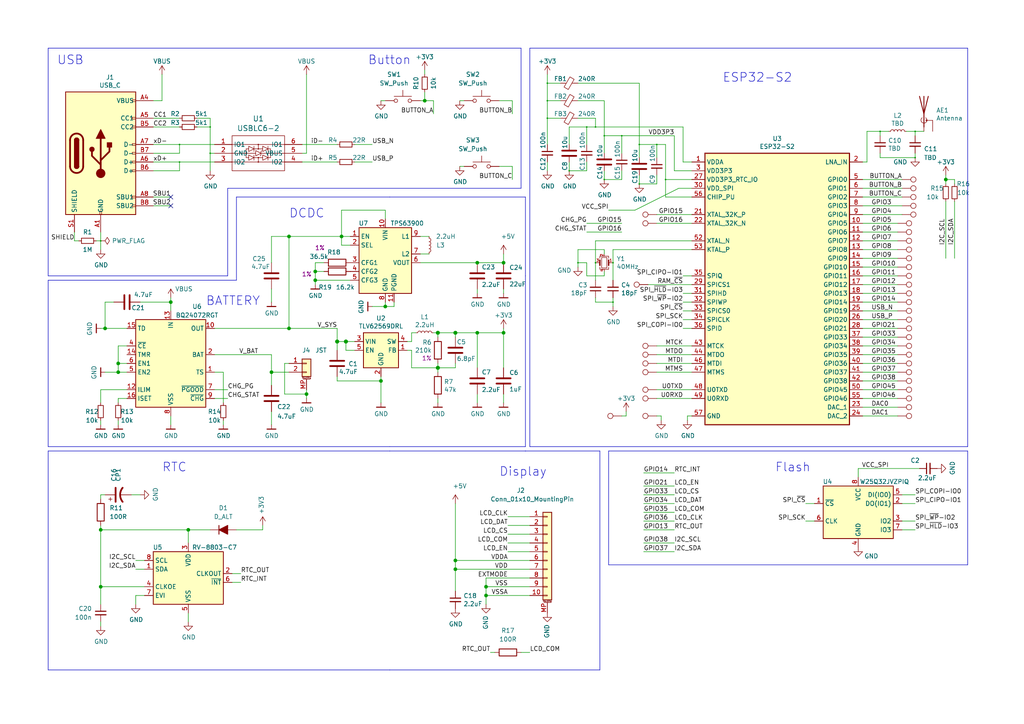
<source format=kicad_sch>
(kicad_sch (version 20201015) (generator eeschema)
  (paper "A4")
  (title_block (title "ESP32s2 Breakout") (date "2020-12-30") (rev "r1.0") (company "GsD - @gregdavill"))
  (bus_alias "GPDI" (members "CK_N" "CK_P" "D0_N" "D0_P" "D1_N" "D1_P" "D2_N" "D2_P"))
  (junction (at 29.21 69.85) (diameter 0.3048))
  (junction (at 29.21 153.67) (diameter 0.9144))
  (junction (at 29.21 170.18) (diameter 0.9144))
  (junction (at 30.48 95.25) (diameter 0.9144))
  (junction (at 34.29 105.41) (diameter 0.9144))
  (junction (at 34.29 107.95) (diameter 0.9144))
  (junction (at 49.53 87.63) (diameter 0.9144))
  (junction (at 52.07 41.91) (diameter 0.3048))
  (junction (at 52.07 46.99) (diameter 0.3048))
  (junction (at 54.61 153.67) (diameter 0.9144))
  (junction (at 60.96 36.83) (diameter 0.3048))
  (junction (at 60.96 44.45) (diameter 0.3048))
  (junction (at 78.74 107.95) (diameter 0.9144))
  (junction (at 83.82 68.58) (diameter 0.9144))
  (junction (at 83.82 95.25) (diameter 0.9144))
  (junction (at 88.9 114.3) (diameter 0.9144))
  (junction (at 91.44 78.74) (diameter 0.9144))
  (junction (at 91.44 81.28) (diameter 0.9144))
  (junction (at 97.79 99.06) (diameter 1.016))
  (junction (at 99.06 68.58) (diameter 0.9144))
  (junction (at 100.33 99.06) (diameter 1.016))
  (junction (at 110.49 110.49) (diameter 0.9144))
  (junction (at 111.76 88.9) (diameter 0.9144))
  (junction (at 123.19 29.21) (diameter 0.9144))
  (junction (at 127 96.52) (diameter 1))
  (junction (at 127 106.68) (diameter 1.016))
  (junction (at 132.08 96.52) (diameter 1))
  (junction (at 132.08 162.56) (diameter 0.9144))
  (junction (at 132.08 165.1) (diameter 0.9144))
  (junction (at 138.43 76.2) (diameter 0.9144))
  (junction (at 138.43 96.52) (diameter 0.9144))
  (junction (at 140.97 170.18) (diameter 0.9144))
  (junction (at 140.97 172.72) (diameter 0.9144))
  (junction (at 146.05 76.2) (diameter 0.9144))
  (junction (at 146.05 96.52) (diameter 0.9144))
  (junction (at 158.75 24.13) (diameter 0.3048))
  (junction (at 158.75 29.21) (diameter 0.3048))
  (junction (at 158.75 34.29) (diameter 0.3048))
  (junction (at 165.1 49.53) (diameter 0.3048))
  (junction (at 167.64 76.2) (diameter 0.3048))
  (junction (at 170.18 36.83) (diameter 0.3048))
  (junction (at 172.72 36.83) (diameter 0.3048))
  (junction (at 172.72 76.2) (diameter 0.3048))
  (junction (at 175.26 39.37) (diameter 0.3048))
  (junction (at 175.26 52.07) (diameter 0.3048))
  (junction (at 177.8 76.2) (diameter 0.3048))
  (junction (at 177.8 87.63) (diameter 0.3048))
  (junction (at 180.34 39.37) (diameter 0.3048))
  (junction (at 185.42 41.91) (diameter 0.3048))
  (junction (at 185.42 53.34) (diameter 0.3048))
  (junction (at 190.5 41.91) (diameter 0.3048))
  (junction (at 193.04 52.07) (diameter 0.3048))
  (junction (at 255.27 38.1) (diameter 0.3048))
  (junction (at 265.43 38.1) (diameter 0.3048))
  (junction (at 265.43 45.72) (diameter 0.3048))
  (junction (at 274.32 52.07) (diameter 0.9144))
  (no_connect (at 49.53 57.15))
  (no_connect (at 49.53 59.69))
  (wire (pts (xy 21.59 67.31) (xy 21.59 69.85)))
  (wire (pts (xy 21.59 69.85) (xy 22.86 69.85)))
  (wire (pts (xy 27.94 69.85) (xy 29.21 69.85)))
  (wire (pts (xy 29.21 69.85) (xy 29.21 67.31)))
  (wire (pts (xy 29.21 69.85) (xy 29.21 72.39)))
  (wire (pts (xy 29.21 95.25) (xy 30.48 95.25)))
  (wire (pts (xy 29.21 113.03) (xy 29.21 116.84)))
  (wire (pts (xy 29.21 121.92) (xy 29.21 123.19)))
  (wire (pts (xy 29.21 143.51) (xy 30.48 143.51)))
  (wire (pts (xy 29.21 144.78) (xy 29.21 143.51)))
  (wire (pts (xy 29.21 152.4) (xy 29.21 153.67)))
  (wire (pts (xy 29.21 153.67) (xy 29.21 170.18)))
  (wire (pts (xy 29.21 175.26) (xy 29.21 170.18)))
  (wire (pts (xy 29.21 180.34) (xy 29.21 181.61)))
  (wire (pts (xy 30.48 87.63) (xy 30.48 95.25)))
  (wire (pts (xy 30.48 95.25) (xy 36.83 95.25)))
  (wire (pts (xy 30.48 107.95) (xy 34.29 107.95)))
  (wire (pts (xy 33.02 87.63) (xy 30.48 87.63)))
  (wire (pts (xy 34.29 100.33) (xy 34.29 105.41)))
  (wire (pts (xy 34.29 105.41) (xy 34.29 107.95)))
  (wire (pts (xy 34.29 107.95) (xy 36.83 107.95)))
  (wire (pts (xy 34.29 115.57) (xy 34.29 116.84)))
  (wire (pts (xy 34.29 121.92) (xy 34.29 123.19)))
  (wire (pts (xy 36.83 100.33) (xy 34.29 100.33)))
  (wire (pts (xy 36.83 105.41) (xy 34.29 105.41)))
  (wire (pts (xy 36.83 113.03) (xy 29.21 113.03)))
  (wire (pts (xy 36.83 115.57) (xy 34.29 115.57)))
  (wire (pts (xy 38.1 143.51) (xy 40.64 143.51)))
  (wire (pts (xy 39.37 162.56) (xy 41.91 162.56)))
  (wire (pts (xy 39.37 165.1) (xy 41.91 165.1)))
  (wire (pts (xy 39.37 172.72) (xy 39.37 175.26)))
  (wire (pts (xy 40.64 87.63) (xy 49.53 87.63)))
  (wire (pts (xy 41.91 170.18) (xy 29.21 170.18)))
  (wire (pts (xy 41.91 172.72) (xy 39.37 172.72)))
  (wire (pts (xy 44.45 29.21) (xy 46.99 29.21)))
  (wire (pts (xy 44.45 34.29) (xy 52.07 34.29)))
  (wire (pts (xy 44.45 36.83) (xy 52.07 36.83)))
  (wire (pts (xy 44.45 41.91) (xy 52.07 41.91)))
  (wire (pts (xy 44.45 44.45) (xy 52.07 44.45)))
  (wire (pts (xy 44.45 46.99) (xy 52.07 46.99)))
  (wire (pts (xy 44.45 49.53) (xy 52.07 49.53)))
  (wire (pts (xy 44.45 57.15) (xy 49.53 57.15)))
  (wire (pts (xy 44.45 59.69) (xy 49.53 59.69)))
  (wire (pts (xy 46.99 29.21) (xy 46.99 21.59)))
  (wire (pts (xy 49.53 86.36) (xy 49.53 87.63)))
  (wire (pts (xy 49.53 87.63) (xy 49.53 90.17)))
  (wire (pts (xy 49.53 120.65) (xy 49.53 123.19)))
  (wire (pts (xy 52.07 41.91) (xy 62.23 41.91)))
  (wire (pts (xy 52.07 44.45) (xy 52.07 41.91)))
  (wire (pts (xy 52.07 46.99) (xy 62.23 46.99)))
  (wire (pts (xy 52.07 49.53) (xy 52.07 46.99)))
  (wire (pts (xy 54.61 153.67) (xy 29.21 153.67)))
  (wire (pts (xy 54.61 153.67) (xy 54.61 157.48)))
  (wire (pts (xy 54.61 177.8) (xy 54.61 180.34)))
  (wire (pts (xy 57.15 34.29) (xy 60.96 34.29)))
  (wire (pts (xy 57.15 36.83) (xy 60.96 36.83)))
  (wire (pts (xy 60.96 34.29) (xy 60.96 36.83)))
  (wire (pts (xy 60.96 36.83) (xy 60.96 44.45)))
  (wire (pts (xy 60.96 44.45) (xy 60.96 49.53)))
  (wire (pts (xy 60.96 153.67) (xy 54.61 153.67)))
  (wire (pts (xy 62.23 44.45) (xy 60.96 44.45)))
  (wire (pts (xy 62.23 95.25) (xy 83.82 95.25)))
  (wire (pts (xy 62.23 102.87) (xy 78.74 102.87)))
  (wire (pts (xy 62.23 113.03) (xy 66.04 113.03)))
  (wire (pts (xy 62.23 115.57) (xy 66.04 115.57)))
  (wire (pts (xy 64.77 107.95) (xy 62.23 107.95)))
  (wire (pts (xy 64.77 116.84) (xy 64.77 107.95)))
  (wire (pts (xy 64.77 121.92) (xy 64.77 123.19)))
  (wire (pts (xy 67.31 166.37) (xy 69.85 166.37)))
  (wire (pts (xy 67.31 168.91) (xy 69.85 168.91)))
  (wire (pts (xy 68.58 153.67) (xy 76.2 153.67)))
  (wire (pts (xy 76.2 153.67) (xy 76.2 152.4)))
  (wire (pts (xy 78.74 68.58) (xy 78.74 76.2)))
  (wire (pts (xy 78.74 68.58) (xy 83.82 68.58)))
  (wire (pts (xy 78.74 83.82) (xy 78.74 87.63)))
  (wire (pts (xy 78.74 107.95) (xy 78.74 102.87)))
  (wire (pts (xy 78.74 107.95) (xy 78.74 111.76)))
  (wire (pts (xy 78.74 119.38) (xy 78.74 123.19)))
  (wire (pts (xy 82.55 105.41) (xy 82.55 114.3)))
  (wire (pts (xy 82.55 114.3) (xy 88.9 114.3)))
  (wire (pts (xy 83.82 68.58) (xy 83.82 95.25)))
  (wire (pts (xy 83.82 95.25) (xy 97.79 95.25)))
  (wire (pts (xy 83.82 105.41) (xy 82.55 105.41)))
  (wire (pts (xy 83.82 107.95) (xy 78.74 107.95)))
  (wire (pts (xy 87.63 41.91) (xy 97.79 41.91)))
  (wire (pts (xy 87.63 44.45) (xy 88.9 44.45)))
  (wire (pts (xy 87.63 46.99) (xy 97.79 46.99)))
  (wire (pts (xy 88.9 44.45) (xy 88.9 21.59)))
  (wire (pts (xy 88.9 114.3) (xy 88.9 113.03)))
  (wire (pts (xy 88.9 115.57) (xy 88.9 114.3)))
  (wire (pts (xy 91.44 76.2) (xy 91.44 78.74)))
  (wire (pts (xy 91.44 78.74) (xy 91.44 81.28)))
  (wire (pts (xy 91.44 78.74) (xy 93.98 78.74)))
  (wire (pts (xy 91.44 81.28) (xy 91.44 82.55)))
  (wire (pts (xy 91.44 81.28) (xy 101.6 81.28)))
  (wire (pts (xy 93.98 76.2) (xy 91.44 76.2)))
  (wire (pts (xy 97.79 95.25) (xy 97.79 99.06)))
  (wire (pts (xy 97.79 99.06) (xy 97.79 101.6)))
  (wire (pts (xy 97.79 99.06) (xy 100.33 99.06)))
  (wire (pts (xy 97.79 109.22) (xy 97.79 110.49)))
  (wire (pts (xy 97.79 110.49) (xy 110.49 110.49)))
  (wire (pts (xy 99.06 60.96) (xy 99.06 68.58)))
  (wire (pts (xy 99.06 68.58) (xy 83.82 68.58)))
  (wire (pts (xy 99.06 68.58) (xy 101.6 68.58)))
  (wire (pts (xy 99.06 71.12) (xy 99.06 68.58)))
  (wire (pts (xy 100.33 99.06) (xy 102.87 99.06)))
  (wire (pts (xy 100.33 101.6) (xy 100.33 99.06)))
  (wire (pts (xy 101.6 71.12) (xy 99.06 71.12)))
  (wire (pts (xy 102.87 41.91) (xy 107.95 41.91)))
  (wire (pts (xy 102.87 46.99) (xy 107.95 46.99)))
  (wire (pts (xy 102.87 101.6) (xy 100.33 101.6)))
  (wire (pts (xy 107.95 88.9) (xy 111.76 88.9)))
  (wire (pts (xy 110.49 109.22) (xy 110.49 110.49)))
  (wire (pts (xy 110.49 110.49) (xy 110.49 116.84)))
  (wire (pts (xy 111.76 29.21) (xy 110.49 29.21)))
  (wire (pts (xy 111.76 60.96) (xy 99.06 60.96)))
  (wire (pts (xy 111.76 63.5) (xy 111.76 60.96)))
  (wire (pts (xy 111.76 87.63) (xy 111.76 88.9)))
  (wire (pts (xy 114.3 87.63) (xy 114.3 88.9)))
  (wire (pts (xy 114.3 88.9) (xy 111.76 88.9)))
  (wire (pts (xy 119.38 96.52) (xy 119.38 99.06)))
  (wire (pts (xy 119.38 96.52) (xy 120.65 96.52)))
  (wire (pts (xy 119.38 99.06) (xy 118.11 99.06)))
  (wire (pts (xy 119.38 101.6) (xy 118.11 101.6)))
  (wire (pts (xy 119.38 106.68) (xy 119.38 101.6)))
  (wire (pts (xy 121.92 29.21) (xy 123.19 29.21)))
  (wire (pts (xy 121.92 68.58) (xy 124.46 68.58)))
  (wire (pts (xy 121.92 73.66) (xy 124.46 73.66)))
  (wire (pts (xy 121.92 76.2) (xy 138.43 76.2)))
  (wire (pts (xy 123.19 20.32) (xy 123.19 21.59)))
  (wire (pts (xy 123.19 29.21) (xy 123.19 26.67)))
  (wire (pts (xy 123.19 29.21) (xy 125.73 29.21)))
  (wire (pts (xy 125.73 29.21) (xy 125.73 33.02)))
  (wire (pts (xy 125.73 96.52) (xy 127 96.52)))
  (wire (pts (xy 127 96.52) (xy 127 97.79)))
  (wire (pts (xy 127 96.52) (xy 132.08 96.52)))
  (wire (pts (xy 127 105.41) (xy 127 106.68)))
  (wire (pts (xy 127 106.68) (xy 119.38 106.68)))
  (wire (pts (xy 127 106.68) (xy 127 107.95)))
  (wire (pts (xy 127 115.57) (xy 127 116.84)))
  (wire (pts (xy 132.08 96.52) (xy 132.08 97.79)))
  (wire (pts (xy 132.08 96.52) (xy 138.43 96.52)))
  (wire (pts (xy 132.08 105.41) (xy 132.08 106.68)))
  (wire (pts (xy 132.08 106.68) (xy 127 106.68)))
  (wire (pts (xy 132.08 146.05) (xy 132.08 162.56)))
  (wire (pts (xy 132.08 162.56) (xy 153.67 162.56)))
  (wire (pts (xy 132.08 165.1) (xy 132.08 162.56)))
  (wire (pts (xy 132.08 165.1) (xy 132.08 171.45)))
  (wire (pts (xy 132.08 165.1) (xy 153.67 165.1)))
  (wire (pts (xy 134.62 29.21) (xy 133.35 29.21)))
  (wire (pts (xy 134.62 48.26) (xy 133.35 48.26)))
  (wire (pts (xy 138.43 76.2) (xy 146.05 76.2)))
  (wire (pts (xy 138.43 83.82) (xy 138.43 85.09)))
  (wire (pts (xy 138.43 96.52) (xy 138.43 106.68)))
  (wire (pts (xy 138.43 96.52) (xy 146.05 96.52)))
  (wire (pts (xy 138.43 114.3) (xy 138.43 116.84)))
  (wire (pts (xy 140.97 167.64) (xy 140.97 170.18)))
  (wire (pts (xy 140.97 170.18) (xy 140.97 172.72)))
  (wire (pts (xy 140.97 170.18) (xy 153.67 170.18)))
  (wire (pts (xy 140.97 172.72) (xy 140.97 175.26)))
  (wire (pts (xy 140.97 172.72) (xy 153.67 172.72)))
  (wire (pts (xy 142.24 189.23) (xy 143.51 189.23)))
  (wire (pts (xy 144.78 29.21) (xy 148.59 29.21)))
  (wire (pts (xy 144.78 48.26) (xy 148.59 48.26)))
  (wire (pts (xy 146.05 73.66) (xy 146.05 76.2)))
  (wire (pts (xy 146.05 83.82) (xy 146.05 85.09)))
  (wire (pts (xy 146.05 95.25) (xy 146.05 96.52)))
  (wire (pts (xy 146.05 96.52) (xy 146.05 106.68)))
  (wire (pts (xy 146.05 114.3) (xy 146.05 116.84)))
  (wire (pts (xy 147.32 149.86) (xy 153.67 149.86)))
  (wire (pts (xy 147.32 152.4) (xy 153.67 152.4)))
  (wire (pts (xy 147.32 154.94) (xy 153.67 154.94)))
  (wire (pts (xy 147.32 157.48) (xy 153.67 157.48)))
  (wire (pts (xy 147.32 160.02) (xy 153.67 160.02)))
  (wire (pts (xy 148.59 29.21) (xy 148.59 33.02)))
  (wire (pts (xy 148.59 48.26) (xy 148.59 52.07)))
  (wire (pts (xy 151.13 189.23) (xy 153.67 189.23)))
  (wire (pts (xy 153.67 167.64) (xy 140.97 167.64)))
  (wire (pts (xy 158.75 21.59) (xy 158.75 24.13)))
  (wire (pts (xy 158.75 24.13) (xy 158.75 29.21)))
  (wire (pts (xy 158.75 24.13) (xy 162.56 24.13)))
  (wire (pts (xy 158.75 29.21) (xy 158.75 34.29)))
  (wire (pts (xy 158.75 29.21) (xy 162.56 29.21)))
  (wire (pts (xy 158.75 34.29) (xy 158.75 41.91)))
  (wire (pts (xy 158.75 34.29) (xy 162.56 34.29)))
  (wire (pts (xy 158.75 49.53) (xy 158.75 46.99)))
  (wire (pts (xy 165.1 36.83) (xy 170.18 36.83)))
  (wire (pts (xy 165.1 41.91) (xy 165.1 36.83)))
  (wire (pts (xy 165.1 46.99) (xy 165.1 49.53)))
  (wire (pts (xy 165.1 49.53) (xy 170.18 49.53)))
  (wire (pts (xy 167.64 24.13) (xy 185.42 24.13)))
  (wire (pts (xy 167.64 29.21) (xy 175.26 29.21)))
  (wire (pts (xy 167.64 34.29) (xy 172.72 34.29)))
  (wire (pts (xy 167.64 72.39) (xy 175.26 72.39)))
  (wire (pts (xy 167.64 76.2) (xy 167.64 72.39)))
  (wire (pts (xy 167.64 77.47) (xy 167.64 76.2)))
  (wire (pts (xy 170.18 36.83) (xy 170.18 41.91)))
  (wire (pts (xy 170.18 36.83) (xy 172.72 36.83)))
  (wire (pts (xy 170.18 46.99) (xy 170.18 49.53)))
  (wire (pts (xy 170.18 64.77) (xy 180.34 64.77)))
  (wire (pts (xy 170.18 67.31) (xy 180.34 67.31)))
  (wire (pts (xy 170.18 76.2) (xy 167.64 76.2)))
  (wire (pts (xy 170.18 80.01) (xy 170.18 76.2)))
  (wire (pts (xy 172.72 34.29) (xy 172.72 36.83)))
  (wire (pts (xy 172.72 69.85) (xy 200.66 69.85)))
  (wire (pts (xy 172.72 76.2) (xy 172.72 69.85)))
  (wire (pts (xy 172.72 81.28) (xy 172.72 76.2)))
  (wire (pts (xy 172.72 86.36) (xy 172.72 87.63)))
  (wire (pts (xy 172.72 87.63) (xy 177.8 87.63)))
  (wire (pts (xy 175.26 29.21) (xy 175.26 39.37)))
  (wire (pts (xy 175.26 39.37) (xy 180.34 39.37)))
  (wire (pts (xy 175.26 44.45) (xy 175.26 39.37)))
  (wire (pts (xy 175.26 49.53) (xy 175.26 52.07)))
  (wire (pts (xy 175.26 52.07) (xy 180.34 52.07)))
  (wire (pts (xy 175.26 72.39) (xy 175.26 73.66)))
  (wire (pts (xy 175.26 78.74) (xy 175.26 80.01)))
  (wire (pts (xy 175.26 80.01) (xy 170.18 80.01)))
  (wire (pts (xy 176.53 60.96) (xy 184.15 60.96)))
  (wire (pts (xy 177.8 72.39) (xy 177.8 76.2)))
  (wire (pts (xy 177.8 72.39) (xy 200.66 72.39)))
  (wire (pts (xy 177.8 81.28) (xy 177.8 76.2)))
  (wire (pts (xy 177.8 87.63) (xy 177.8 86.36)))
  (wire (pts (xy 177.8 87.63) (xy 177.8 88.9)))
  (wire (pts (xy 180.34 39.37) (xy 180.34 44.45)))
  (wire (pts (xy 180.34 49.53) (xy 180.34 52.07)))
  (wire (pts (xy 180.34 120.65) (xy 181.61 120.65)))
  (wire (pts (xy 181.61 120.65) (xy 181.61 119.38)))
  (wire (pts (xy 184.15 60.96) (xy 196.85 54.61)))
  (wire (pts (xy 185.42 24.13) (xy 185.42 41.91)))
  (wire (pts (xy 185.42 41.91) (xy 190.5 41.91)))
  (wire (pts (xy 185.42 45.72) (xy 185.42 41.91)))
  (wire (pts (xy 185.42 50.8) (xy 185.42 53.34)))
  (wire (pts (xy 185.42 53.34) (xy 190.5 53.34)))
  (wire (pts (xy 186.69 137.16) (xy 195.58 137.16)))
  (wire (pts (xy 186.69 140.97) (xy 195.58 140.97)))
  (wire (pts (xy 186.69 143.51) (xy 195.58 143.51)))
  (wire (pts (xy 186.69 146.05) (xy 195.58 146.05)))
  (wire (pts (xy 186.69 148.59) (xy 195.58 148.59)))
  (wire (pts (xy 186.69 151.13) (xy 195.58 151.13)))
  (wire (pts (xy 186.69 153.67) (xy 195.58 153.67)))
  (wire (pts (xy 186.69 157.48) (xy 195.58 157.48)))
  (wire (pts (xy 186.69 160.02) (xy 195.58 160.02)))
  (wire (pts (xy 187.96 82.55) (xy 200.66 82.55)))
  (wire (pts (xy 190.5 41.91) (xy 190.5 45.72)))
  (wire (pts (xy 190.5 50.8) (xy 190.5 53.34)))
  (wire (pts (xy 190.5 100.33) (xy 200.66 100.33)))
  (wire (pts (xy 190.5 102.87) (xy 200.66 102.87)))
  (wire (pts (xy 190.5 105.41) (xy 200.66 105.41)))
  (wire (pts (xy 190.5 107.95) (xy 200.66 107.95)))
  (wire (pts (xy 190.5 113.03) (xy 200.66 113.03)))
  (wire (pts (xy 190.5 115.57) (xy 200.66 115.57)))
  (wire (pts (xy 190.5 120.65) (xy 191.77 120.65)))
  (wire (pts (xy 191.77 120.65) (xy 191.77 121.92)))
  (wire (pts (xy 193.04 41.91) (xy 190.5 41.91)))
  (wire (pts (xy 193.04 52.07) (xy 193.04 41.91)))
  (wire (pts (xy 193.04 57.15) (xy 193.04 52.07)))
  (wire (pts (xy 193.04 57.15) (xy 200.66 57.15)))
  (wire (pts (xy 195.58 39.37) (xy 180.34 39.37)))
  (wire (pts (xy 195.58 49.53) (xy 195.58 39.37)))
  (wire (pts (xy 195.58 49.53) (xy 200.66 49.53)))
  (wire (pts (xy 196.85 54.61) (xy 200.66 54.61)))
  (wire (pts (xy 198.12 36.83) (xy 172.72 36.83)))
  (wire (pts (xy 198.12 46.99) (xy 198.12 36.83)))
  (wire (pts (xy 199.39 120.65) (xy 200.66 120.65)))
  (wire (pts (xy 199.39 121.92) (xy 199.39 120.65)))
  (wire (pts (xy 200.66 46.99) (xy 198.12 46.99)))
  (wire (pts (xy 200.66 52.07) (xy 193.04 52.07)))
  (wire (pts (xy 200.66 62.23) (xy 190.5 62.23)))
  (wire (pts (xy 200.66 64.77) (xy 190.5 64.77)))
  (wire (pts (xy 200.66 80.01) (xy 198.12 80.01)))
  (wire (pts (xy 200.66 85.09) (xy 198.12 85.09)))
  (wire (pts (xy 200.66 87.63) (xy 198.12 87.63)))
  (wire (pts (xy 200.66 90.17) (xy 198.12 90.17)))
  (wire (pts (xy 200.66 92.71) (xy 198.12 92.71)))
  (wire (pts (xy 200.66 95.25) (xy 198.12 95.25)))
  (wire (pts (xy 233.68 146.05) (xy 236.22 146.05)))
  (wire (pts (xy 233.68 151.13) (xy 236.22 151.13)))
  (wire (pts (xy 248.92 135.89) (xy 248.92 138.43)))
  (wire (pts (xy 248.92 135.89) (xy 266.7 135.89)))
  (wire (pts (xy 250.19 46.99) (xy 251.46 46.99)))
  (wire (pts (xy 250.19 52.07) (xy 261.62 52.07)))
  (wire (pts (xy 250.19 54.61) (xy 261.62 54.61)))
  (wire (pts (xy 250.19 57.15) (xy 261.62 57.15)))
  (wire (pts (xy 250.19 59.69) (xy 261.62 59.69)))
  (wire (pts (xy 250.19 62.23) (xy 261.62 62.23)))
  (wire (pts (xy 250.19 64.77) (xy 260.35 64.77)))
  (wire (pts (xy 250.19 67.31) (xy 260.35 67.31)))
  (wire (pts (xy 250.19 69.85) (xy 260.35 69.85)))
  (wire (pts (xy 250.19 72.39) (xy 260.35 72.39)))
  (wire (pts (xy 250.19 74.93) (xy 260.35 74.93)))
  (wire (pts (xy 250.19 77.47) (xy 260.35 77.47)))
  (wire (pts (xy 250.19 80.01) (xy 260.35 80.01)))
  (wire (pts (xy 250.19 82.55) (xy 260.35 82.55)))
  (wire (pts (xy 250.19 85.09) (xy 260.35 85.09)))
  (wire (pts (xy 250.19 87.63) (xy 260.35 87.63)))
  (wire (pts (xy 250.19 90.17) (xy 260.35 90.17)))
  (wire (pts (xy 250.19 92.71) (xy 260.35 92.71)))
  (wire (pts (xy 250.19 95.25) (xy 260.35 95.25)))
  (wire (pts (xy 250.19 97.79) (xy 260.35 97.79)))
  (wire (pts (xy 250.19 100.33) (xy 260.35 100.33)))
  (wire (pts (xy 250.19 102.87) (xy 260.35 102.87)))
  (wire (pts (xy 250.19 105.41) (xy 260.35 105.41)))
  (wire (pts (xy 250.19 107.95) (xy 260.35 107.95)))
  (wire (pts (xy 250.19 110.49) (xy 260.35 110.49)))
  (wire (pts (xy 250.19 113.03) (xy 260.35 113.03)))
  (wire (pts (xy 250.19 115.57) (xy 260.35 115.57)))
  (wire (pts (xy 250.19 118.11) (xy 260.35 118.11)))
  (wire (pts (xy 250.19 120.65) (xy 260.35 120.65)))
  (wire (pts (xy 251.46 38.1) (xy 255.27 38.1)))
  (wire (pts (xy 251.46 46.99) (xy 251.46 38.1)))
  (wire (pts (xy 255.27 38.1) (xy 257.81 38.1)))
  (wire (pts (xy 255.27 39.37) (xy 255.27 38.1)))
  (wire (pts (xy 255.27 44.45) (xy 255.27 45.72)))
  (wire (pts (xy 255.27 45.72) (xy 265.43 45.72)))
  (wire (pts (xy 261.62 143.51) (xy 265.43 143.51)))
  (wire (pts (xy 261.62 146.05) (xy 265.43 146.05)))
  (wire (pts (xy 261.62 151.13) (xy 265.43 151.13)))
  (wire (pts (xy 261.62 153.67) (xy 265.43 153.67)))
  (wire (pts (xy 262.89 38.1) (xy 265.43 38.1)))
  (wire (pts (xy 265.43 38.1) (xy 265.43 39.37)))
  (wire (pts (xy 265.43 38.1) (xy 267.97 38.1)))
  (wire (pts (xy 265.43 44.45) (xy 265.43 45.72)))
  (wire (pts (xy 274.32 50.8) (xy 274.32 52.07)))
  (wire (pts (xy 274.32 52.07) (xy 274.32 53.34)))
  (wire (pts (xy 274.32 52.07) (xy 276.86 52.07)))
  (wire (pts (xy 274.32 58.42) (xy 274.32 74.93)))
  (wire (pts (xy 276.86 52.07) (xy 276.86 53.34)))
  (wire (pts (xy 276.86 58.42) (xy 276.86 74.93)))
  (polyline (pts (xy 13.97 13.97) (xy 151.13 13.97)) (stroke (width 0) (type solid)))
  (polyline (pts (xy 13.97 80.01) (xy 13.97 13.97)) (stroke (width 0) (type solid)))
  (polyline (pts (xy 13.97 81.28) (xy 13.97 129.54)) (stroke (width 0) (type solid)))
  (polyline (pts (xy 13.97 81.28) (xy 68.58 81.28)) (stroke (width 0) (type solid)))
  (polyline (pts (xy 13.97 130.81) (xy 113.03 130.81)) (stroke (width 0.152) (type solid)))
  (polyline (pts (xy 13.97 194.31) (xy 13.97 130.81)) (stroke (width 0) (type solid)))
  (polyline (pts (xy 66.04 54.61) (xy 66.04 80.01)) (stroke (width 0) (type solid)))
  (polyline (pts (xy 66.04 80.01) (xy 13.97 80.01)) (stroke (width 0) (type solid)))
  (polyline (pts (xy 68.58 81.28) (xy 68.58 57.15)) (stroke (width 0) (type solid)))
  (polyline (pts (xy 113.03 57.15) (xy 68.58 57.15)) (stroke (width 0) (type solid)))
  (polyline (pts (xy 113.03 129.54) (xy 13.97 129.54)) (stroke (width 0) (type solid)))
  (polyline (pts (xy 113.03 194.31) (xy 13.97 194.31)) (stroke (width 0) (type solid)))
  (polyline (pts (xy 113.03 194.31) (xy 173.99 194.31)) (stroke (width 0) (type solid)))
  (polyline (pts (xy 151.13 13.97) (xy 151.13 54.61)) (stroke (width 0) (type solid)))
  (polyline (pts (xy 151.13 54.61) (xy 66.04 54.61)) (stroke (width 0) (type solid)))
  (polyline (pts (xy 152.4 57.15) (xy 113.03 57.15)) (stroke (width 0) (type solid)))
  (polyline (pts (xy 152.4 80.01) (xy 152.4 57.15)) (stroke (width 0) (type solid)))
  (polyline (pts (xy 152.4 80.01) (xy 152.4 129.54)) (stroke (width 0) (type solid)))
  (polyline (pts (xy 152.4 129.54) (xy 113.03 129.54)) (stroke (width 0) (type solid)))
  (polyline (pts (xy 152.4 130.81) (xy 113.03 130.81)) (stroke (width 0) (type solid)))
  (polyline (pts (xy 152.4 130.81) (xy 152.4 130.81)) (stroke (width 0) (type solid)))
  (polyline (pts (xy 153.67 13.97) (xy 280.67 13.97)) (stroke (width 0) (type solid)))
  (polyline (pts (xy 153.67 129.54) (xy 153.67 13.97)) (stroke (width 0) (type solid)))
  (polyline (pts (xy 173.99 130.81) (xy 152.4 130.81)) (stroke (width 0) (type solid)))
  (polyline (pts (xy 173.99 194.31) (xy 173.99 130.81)) (stroke (width 0) (type solid)))
  (polyline (pts (xy 176.53 130.81) (xy 280.67 130.81)) (stroke (width 0) (type solid)))
  (polyline (pts (xy 176.53 163.83) (xy 176.53 130.81)) (stroke (width 0) (type solid)))
  (polyline (pts (xy 280.67 13.97) (xy 280.67 129.54)) (stroke (width 0) (type solid)))
  (polyline (pts (xy 280.67 129.54) (xy 153.67 129.54)) (stroke (width 0) (type solid)))
  (polyline (pts (xy 280.67 130.81) (xy 280.67 163.83)) (stroke (width 0) (type solid)))
  (polyline (pts (xy 280.67 163.83) (xy 176.53 163.83)) (stroke (width 0) (type solid)))
  (text "USB" (at 16.51 19.05 0) (effects (font (size 2.54 2.54)) (justify left bottom)))
  (text "RTC" (at 46.99 137.16 0) (effects (font (size 2.54 2.54)) (justify left bottom)))
  (text "BATTERY" (at 59.69 88.9 0) (effects (font (size 2.54 2.54)) (justify left bottom)))
  (text "DCDC" (at 83.82 63.5 0) (effects (font (size 2.54 2.54)) (justify left bottom)))
  (text "Button" (at 106.68 19.05 0) (effects (font (size 2.54 2.54)) (justify left bottom)))
  (text "Display" (at 144.78 138.43 0) (effects (font (size 2.54 2.54)) (justify left bottom)))
  (text "ESP32-S2\n" (at 209.55 24.13 0) (effects (font (size 2.54 2.54)) (justify left bottom)))
  (text "Flash" (at 224.79 137.16 0) (effects (font (size 2.54 2.54)) (justify left bottom)))
  (label "SHIELD" (at 21.59 69.85 180))
  (label "I2C_SCL" (at 39.37 162.56 180))
  (label "I2C_SDA" (at 39.37 165.1 180))
  (label "CC1" (at 44.45 34.29 0))
  (label "CC2" (at 44.45 36.83 0))
  (label "xD-" (at 44.45 41.91 0))
  (label "xD+" (at 44.45 46.99 0))
  (label "SBU1" (at 49.53 57.15 180))
  (label "SBU2" (at 49.53 59.69 180))
  (label "CHG_PG" (at 66.04 113.03 0))
  (label "CHG_STAT" (at 66.04 115.57 0))
  (label "RTC_OUT" (at 69.85 166.37 0))
  (label "RTC_INT" (at 69.85 168.91 0))
  (label "V_BAT" (at 74.93 102.87 180))
  (label "iD-" (at 90.17 41.91 0))
  (label "iD+" (at 90.17 46.99 0))
  (label "V_SYS" (at 97.79 95.25 180))
  (label "USB_N" (at 107.95 41.91 0))
  (label "USB_P" (at 107.95 46.99 0))
  (label "BUTTON_A" (at 125.73 33.02 180))
  (label "RTC_OUT" (at 142.24 189.23 180))
  (label "LCD_CLK" (at 147.32 149.86 180))
  (label "LCD_DAT" (at 147.32 152.4 180))
  (label "LCD_CS" (at 147.32 154.94 180))
  (label "LCD_COM" (at 147.32 157.48 180))
  (label "LCD_EN" (at 147.32 160.02 180))
  (label "VDDA" (at 147.32 162.56 180))
  (label "VDD" (at 147.32 165.1 180))
  (label "EXTMODE" (at 147.32 167.64 180))
  (label "VSS" (at 147.32 170.18 180))
  (label "VSSA" (at 147.32 172.72 180))
  (label "BUTTON_B" (at 148.59 33.02 180))
  (label "BUTTON_C" (at 148.59 52.07 180))
  (label "LCD_COM" (at 153.67 189.23 0))
  (label "CHG_PG" (at 170.18 64.77 180))
  (label "CHG_STAT" (at 170.18 67.31 180))
  (label "VCC_SPI" (at 176.53 60.96 180))
  (label "GPIO15" (at 180.34 64.77 180))
  (label "GPIO16" (at 180.34 67.31 180))
  (label "GPIO14" (at 186.69 137.16 0))
  (label "GPIO21" (at 186.69 140.97 0))
  (label "GPIO33" (at 186.69 143.51 0))
  (label "GPIO34" (at 186.69 146.05 0))
  (label "GPIO35" (at 186.69 148.59 0))
  (label "GPIO36" (at 186.69 151.13 0))
  (label "GPIO13" (at 186.69 153.67 0))
  (label "GPIO38" (at 186.69 157.48 0))
  (label "GPIO37" (at 186.69 160.02 0))
  (label "VDD3P3" (at 195.58 39.37 180))
  (label "RTC_INT" (at 195.58 137.16 0))
  (label "LCD_EN" (at 195.58 140.97 0))
  (label "LCD_CS" (at 195.58 143.51 0))
  (label "LCD_DAT" (at 195.58 146.05 0))
  (label "LCD_COM" (at 195.58 148.59 0))
  (label "LCD_CLK" (at 195.58 151.13 0))
  (label "RTC_OUT" (at 195.58 153.67 0))
  (label "I2C_SCL" (at 195.58 157.48 0))
  (label "I2C_SDA" (at 195.58 160.02 0))
  (label "GPIO15" (at 198.12 62.23 180))
  (label "GPIO16" (at 198.12 64.77 180))
  (label "SPI_CIPO-IO1" (at 198.12 80.01 180))
  (label "RAM_~CS" (at 198.12 82.55 180))
  (label "SPI_~HLD~-IO3" (at 198.12 85.09 180))
  (label "SPI_~WP~-IO2" (at 198.12 87.63 180))
  (label "SPI_~CS" (at 198.12 90.17 180))
  (label "SPI_SCK" (at 198.12 92.71 180))
  (label "SPI_COPI-IO0" (at 198.12 95.25 180))
  (label "MTCK" (at 198.12 100.33 180))
  (label "MTDO" (at 198.12 102.87 180))
  (label "MTDI" (at 198.12 105.41 180))
  (label "MTMS" (at 198.12 107.95 180))
  (label "U0TXD" (at 198.12 113.03 180))
  (label "U0RXD" (at 198.12 115.57 180))
  (label "SPI_~CS" (at 233.68 146.05 180))
  (label "SPI_SCK" (at 233.68 151.13 180))
  (label "GPIO3" (at 252.73 59.69 0))
  (label "GPIO4" (at 252.73 62.23 0))
  (label "GPIO5" (at 252.73 64.77 0))
  (label "GPIO6" (at 252.73 67.31 0))
  (label "GPIO7" (at 252.73 69.85 0))
  (label "GPIO8" (at 252.73 72.39 0))
  (label "GPIO9" (at 252.73 74.93 0))
  (label "GPIO10" (at 252.73 77.47 0))
  (label "GPIO11" (at 252.73 80.01 0))
  (label "GPIO12" (at 252.73 82.55 0))
  (label "GPIO13" (at 252.73 85.09 0))
  (label "GPIO14" (at 252.73 87.63 0))
  (label "USB_N" (at 252.73 90.17 0))
  (label "USB_P" (at 252.73 92.71 0))
  (label "GPIO21" (at 252.73 95.25 0))
  (label "GPIO33" (at 252.73 97.79 0))
  (label "GPIO34" (at 252.73 100.33 0))
  (label "GPIO35" (at 252.73 102.87 0))
  (label "GPIO36" (at 252.73 105.41 0))
  (label "GPIO37" (at 252.73 107.95 0))
  (label "GPIO38" (at 252.73 110.49 0))
  (label "GPIO45" (at 252.73 113.03 0))
  (label "GPIO46" (at 252.73 115.57 0))
  (label "DAC0" (at 252.73 118.11 0))
  (label "DAC1" (at 252.73 120.65 0))
  (label "VCC_SPI" (at 257.81 135.89 180))
  (label "BUTTON_A" (at 261.62 52.07 180))
  (label "BUTTON_B" (at 261.62 54.61 180))
  (label "BUTTON_C" (at 261.62 57.15 180))
  (label "SPI_COPI-IO0" (at 265.43 143.51 0))
  (label "SPI_CIPO-IO1" (at 265.43 146.05 0))
  (label "SPI_~WP~-IO2" (at 265.43 151.13 0))
  (label "SPI_~HLD~-IO3" (at 265.43 153.67 0))
  (label "I2C_SCL" (at 274.32 71.12 90))
  (label "I2C_SDA" (at 276.86 71.12 90))
  (symbol (lib_id "Device:L_Small") (at 123.19 96.52 90) (unit 1)
    (property "Reference" "L1" (at 123.19 91.9288 90))
    (property "Value" "2.2uH" (at 123.19 94.2275 90))
    (property "Footprint" "Inductor_SMD:L_0805_2012Metric" (effects hide))
    (property "Mfg" "Sunltech Tech" (effects hide))
    (property "PN" "SLM20122R2MIT" (effects hide))
  )
  (symbol (lib_id "Device:L_Small") (at 124.46 71.12 0) (unit 1)
    (property "Reference" "L3" (at 127.7812 71.12 0))
    (property "Value" "2.2uH" (at 129.2925 68.58 0))
    (property "Footprint" "Inductor_SMD:L_0805_2012Metric" (effects hide))
    (property "Mfg" "Sunltech Tech" (effects hide))
    (property "PN" "SLM20122R2MIT" (effects hide))
  )
  (symbol (lib_name "Device:L_Small_1") (lib_id "Device:L_Small") (at 260.35 38.1 90) (unit 1)
    (property "Reference" "L2" (at 260.35 33.5088 90))
    (property "Value" "TBD" (at 260.35 35.8075 90))
    (property "Footprint" "Inductor_SMD:L_0402_1005Metric" (effects hide))
  )
  (symbol (lib_id "power:PWR_FLAG") (at 29.21 69.85 270) (unit 1)
    (property "Reference" "#FLG0101" (effects hide))
    (property "Value" "PWR_FLAG" (at 32.4612 69.85 90) (effects (justify left)))
  )
  (symbol (lib_id "gkl_power:GND") (at 29.21 95.25 270) (unit 1)
    (property "Reference" "#PWR0126" (effects hide))
    (property "Value" "GND" (at 26.0096 95.3262 0))
  )
  (symbol (lib_id "gkl_power:GND") (at 29.21 123.19 0) (unit 1)
    (property "Reference" "#PWR0115" (effects hide))
    (property "Value" "GND" (at 29.2862 126.3904 0))
  )
  (symbol (lib_id "gkl_power:GND") (at 30.48 107.95 270) (unit 1)
    (property "Reference" "#PWR0127" (effects hide))
    (property "Value" "GND" (at 27.2796 108.0262 0))
  )
  (symbol (lib_id "gkl_power:GND") (at 34.29 123.19 0) (unit 1)
    (property "Reference" "#PWR0120" (effects hide))
    (property "Value" "GND" (at 34.3662 126.3904 0))
  )
  (symbol (lib_id "gkl_power:GND") (at 49.53 123.19 0) (unit 1)
    (property "Reference" "#PWR0121" (effects hide))
    (property "Value" "GND" (at 49.6062 126.3904 0))
  )
  (symbol (lib_id "gkl_power:GND") (at 64.77 123.19 0) (unit 1)
    (property "Reference" "#PWR0125" (effects hide))
    (property "Value" "GND" (at 64.8462 126.3904 0))
  )
  (symbol (lib_id "gkl_power:GND") (at 78.74 87.63 0) (unit 1)
    (property "Reference" "#PWR0122" (effects hide))
    (property "Value" "GND" (at 78.8162 90.8304 0))
  )
  (symbol (lib_id "gkl_power:GND") (at 78.74 123.19 0) (unit 1)
    (property "Reference" "#PWR0114" (effects hide))
    (property "Value" "GND" (at 78.8162 126.3904 0))
  )
  (symbol (lib_id "gkl_power:GND") (at 88.9 115.57 0) (unit 1)
    (property "Reference" "#PWR0111" (effects hide))
    (property "Value" "GND" (at 88.9762 118.7704 0))
  )
  (symbol (lib_id "gkl_power:GND") (at 91.44 82.55 0) (unit 1)
    (property "Reference" "#PWR0130" (effects hide))
    (property "Value" "GND" (at 91.5162 85.7504 0))
  )
  (symbol (lib_id "gkl_power:GND") (at 107.95 88.9 270) (unit 1)
    (property "Reference" "#PWR0108" (effects hide))
    (property "Value" "GND" (at 104.7496 88.9762 0))
  )
  (symbol (lib_id "gkl_power:GND") (at 110.49 116.84 0) (unit 1)
    (property "Reference" "#PWR0112" (effects hide))
    (property "Value" "GND" (at 110.5662 120.0404 0))
  )
  (symbol (lib_id "gkl_power:GND") (at 127 116.84 0) (unit 1)
    (property "Reference" "#PWR0106" (effects hide))
    (property "Value" "GND" (at 127.0762 120.0404 0))
  )
  (symbol (lib_id "gkl_power:GND") (at 138.43 85.09 0) (unit 1)
    (property "Reference" "#PWR0133" (effects hide))
    (property "Value" "GND" (at 138.5062 88.2904 0))
  )
  (symbol (lib_id "gkl_power:GND") (at 138.43 116.84 0) (unit 1)
    (property "Reference" "#PWR0134" (effects hide))
    (property "Value" "GND" (at 138.5062 120.0404 0))
  )
  (symbol (lib_id "gkl_power:GND") (at 146.05 85.09 0) (unit 1)
    (property "Reference" "#PWR0135" (effects hide))
    (property "Value" "GND" (at 146.1262 88.2904 0))
  )
  (symbol (lib_id "gkl_power:GND") (at 146.05 116.84 0) (unit 1)
    (property "Reference" "#PWR0116" (effects hide))
    (property "Value" "GND" (at 146.1262 120.0404 0))
  )
  (symbol (lib_id "Connector:TestPoint") (at 180.34 120.65 90) (unit 1) (in_bom no)
    (property "Reference" "TP39" (effects hide))
    (property "Value" "TestPoint" (effects hide))
    (property "Footprint" "TestPoint:TestPoint_Pad_1.0x1.0mm" (effects hide))
  )
  (symbol (lib_id "Connector:TestPoint") (at 187.96 82.55 90) (unit 1) (in_bom no)
    (property "Reference" "TP38" (effects hide))
    (property "Value" "TestPoint" (effects hide))
    (property "Footprint" "TestPoint:TestPoint_Pad_1.0x1.0mm" (effects hide))
  )
  (symbol (lib_id "Connector:TestPoint") (at 190.5 62.23 90) (mirror x) (unit 1) (in_bom no)
    (property "Reference" "TP33" (effects hide))
    (property "Value" "TestPoint" (effects hide))
    (property "Footprint" "TestPoint:TestPoint_Pad_1.0x1.0mm" (effects hide))
  )
  (symbol (lib_id "Connector:TestPoint") (at 190.5 64.77 90) (mirror x) (unit 1) (in_bom no)
    (property "Reference" "TP34" (effects hide))
    (property "Value" "TestPoint" (effects hide))
    (property "Footprint" "TestPoint:TestPoint_Pad_1.0x1.0mm" (effects hide))
  )
  (symbol (lib_id "Connector:TestPoint") (at 190.5 100.33 90) (unit 1) (in_bom no)
    (property "Reference" "TP1" (effects hide))
    (property "Value" "TestPoint" (effects hide))
    (property "Footprint" "TestPoint:TestPoint_Pad_1.0x1.0mm" (effects hide))
  )
  (symbol (lib_id "Connector:TestPoint") (at 190.5 102.87 90) (unit 1) (in_bom no)
    (property "Reference" "TP2" (effects hide))
    (property "Value" "TestPoint" (effects hide))
    (property "Footprint" "TestPoint:TestPoint_Pad_1.0x1.0mm" (effects hide))
  )
  (symbol (lib_id "Connector:TestPoint") (at 190.5 105.41 90) (unit 1) (in_bom no)
    (property "Reference" "TP3" (effects hide))
    (property "Value" "TestPoint" (effects hide))
    (property "Footprint" "TestPoint:TestPoint_Pad_1.0x1.0mm" (effects hide))
  )
  (symbol (lib_id "Connector:TestPoint") (at 190.5 107.95 90) (unit 1) (in_bom no)
    (property "Reference" "TP4" (effects hide))
    (property "Value" "TestPoint" (effects hide))
    (property "Footprint" "TestPoint:TestPoint_Pad_1.0x1.0mm" (effects hide))
  )
  (symbol (lib_id "Connector:TestPoint") (at 190.5 113.03 90) (unit 1) (in_bom no)
    (property "Reference" "TP5" (effects hide))
    (property "Value" "TestPoint" (effects hide))
    (property "Footprint" "TestPoint:TestPoint_Pad_1.0x1.0mm" (effects hide))
  )
  (symbol (lib_id "Connector:TestPoint") (at 190.5 115.57 90) (unit 1) (in_bom no)
    (property "Reference" "TP6" (effects hide))
    (property "Value" "TestPoint" (effects hide))
    (property "Footprint" "TestPoint:TestPoint_Pad_1.0x1.0mm" (effects hide))
  )
  (symbol (lib_id "Connector:TestPoint") (at 190.5 120.65 90) (unit 1) (in_bom no)
    (property "Reference" "TP7" (effects hide))
    (property "Value" "TestPoint" (effects hide))
    (property "Footprint" "TestPoint:TestPoint_Pad_1.0x1.0mm" (effects hide))
  )
  (symbol (lib_id "Connector:TestPoint") (at 260.35 64.77 270) (unit 1) (in_bom no)
    (property "Reference" "TP10" (effects hide))
    (property "Value" "TestPoint" (effects hide))
    (property "Footprint" "TestPoint:TestPoint_Pad_1.0x1.0mm" (effects hide))
  )
  (symbol (lib_id "Connector:TestPoint") (at 260.35 67.31 270) (unit 1) (in_bom no)
    (property "Reference" "TP11" (effects hide))
    (property "Value" "TestPoint" (effects hide))
    (property "Footprint" "TestPoint:TestPoint_Pad_1.0x1.0mm" (effects hide))
  )
  (symbol (lib_id "Connector:TestPoint") (at 260.35 69.85 270) (unit 1) (in_bom no)
    (property "Reference" "TP12" (effects hide))
    (property "Value" "TestPoint" (effects hide))
    (property "Footprint" "TestPoint:TestPoint_Pad_1.0x1.0mm" (effects hide))
  )
  (symbol (lib_id "Connector:TestPoint") (at 260.35 72.39 270) (unit 1) (in_bom no)
    (property "Reference" "TP13" (effects hide))
    (property "Value" "TestPoint" (effects hide))
    (property "Footprint" "TestPoint:TestPoint_Pad_1.0x1.0mm" (effects hide))
  )
  (symbol (lib_id "Connector:TestPoint") (at 260.35 74.93 270) (unit 1) (in_bom no)
    (property "Reference" "TP14" (effects hide))
    (property "Value" "TestPoint" (effects hide))
    (property "Footprint" "TestPoint:TestPoint_Pad_1.0x1.0mm" (effects hide))
  )
  (symbol (lib_id "Connector:TestPoint") (at 260.35 77.47 270) (unit 1) (in_bom no)
    (property "Reference" "TP15" (effects hide))
    (property "Value" "TestPoint" (effects hide))
    (property "Footprint" "TestPoint:TestPoint_Pad_1.0x1.0mm" (effects hide))
  )
  (symbol (lib_id "Connector:TestPoint") (at 260.35 80.01 270) (unit 1) (in_bom no)
    (property "Reference" "TP16" (effects hide))
    (property "Value" "TestPoint" (effects hide))
    (property "Footprint" "TestPoint:TestPoint_Pad_1.0x1.0mm" (effects hide))
  )
  (symbol (lib_id "Connector:TestPoint") (at 260.35 82.55 270) (unit 1) (in_bom no)
    (property "Reference" "TP17" (effects hide))
    (property "Value" "TestPoint" (effects hide))
    (property "Footprint" "TestPoint:TestPoint_Pad_1.0x1.0mm" (effects hide))
  )
  (symbol (lib_id "Connector:TestPoint") (at 260.35 85.09 270) (unit 1) (in_bom no)
    (property "Reference" "TP18" (effects hide))
    (property "Value" "TestPoint" (effects hide))
    (property "Footprint" "TestPoint:TestPoint_Pad_1.0x1.0mm" (effects hide))
  )
  (symbol (lib_id "Connector:TestPoint") (at 260.35 87.63 270) (unit 1) (in_bom no)
    (property "Reference" "TP19" (effects hide))
    (property "Value" "TestPoint" (effects hide))
    (property "Footprint" "TestPoint:TestPoint_Pad_1.0x1.0mm" (effects hide))
  )
  (symbol (lib_id "Connector:TestPoint") (at 260.35 90.17 270) (unit 1) (in_bom no)
    (property "Reference" "TP20" (effects hide))
    (property "Value" "TestPoint" (effects hide))
    (property "Footprint" "TestPoint:TestPoint_Pad_1.0x1.0mm" (effects hide))
  )
  (symbol (lib_id "Connector:TestPoint") (at 260.35 92.71 270) (unit 1) (in_bom no)
    (property "Reference" "TP21" (effects hide))
    (property "Value" "TestPoint" (effects hide))
    (property "Footprint" "TestPoint:TestPoint_Pad_1.0x1.0mm" (effects hide))
  )
  (symbol (lib_id "Connector:TestPoint") (at 260.35 95.25 270) (unit 1) (in_bom no)
    (property "Reference" "TP22" (effects hide))
    (property "Value" "TestPoint" (effects hide))
    (property "Footprint" "TestPoint:TestPoint_Pad_1.0x1.0mm" (effects hide))
  )
  (symbol (lib_id "Connector:TestPoint") (at 260.35 97.79 270) (unit 1) (in_bom no)
    (property "Reference" "TP23" (effects hide))
    (property "Value" "TestPoint" (effects hide))
    (property "Footprint" "TestPoint:TestPoint_Pad_1.0x1.0mm" (effects hide))
  )
  (symbol (lib_id "Connector:TestPoint") (at 260.35 100.33 270) (unit 1) (in_bom no)
    (property "Reference" "TP24" (effects hide))
    (property "Value" "TestPoint" (effects hide))
    (property "Footprint" "TestPoint:TestPoint_Pad_1.0x1.0mm" (effects hide))
  )
  (symbol (lib_id "Connector:TestPoint") (at 260.35 102.87 270) (unit 1) (in_bom no)
    (property "Reference" "TP25" (effects hide))
    (property "Value" "TestPoint" (effects hide))
    (property "Footprint" "TestPoint:TestPoint_Pad_1.0x1.0mm" (effects hide))
  )
  (symbol (lib_id "Connector:TestPoint") (at 260.35 105.41 270) (unit 1) (in_bom no)
    (property "Reference" "TP26" (effects hide))
    (property "Value" "TestPoint" (effects hide))
    (property "Footprint" "TestPoint:TestPoint_Pad_1.0x1.0mm" (effects hide))
  )
  (symbol (lib_id "Connector:TestPoint") (at 260.35 107.95 270) (unit 1) (in_bom no)
    (property "Reference" "TP27" (effects hide))
    (property "Value" "TestPoint" (effects hide))
    (property "Footprint" "TestPoint:TestPoint_Pad_1.0x1.0mm" (effects hide))
  )
  (symbol (lib_id "Connector:TestPoint") (at 260.35 110.49 270) (unit 1) (in_bom no)
    (property "Reference" "TP28" (effects hide))
    (property "Value" "TestPoint" (effects hide))
    (property "Footprint" "TestPoint:TestPoint_Pad_1.0x1.0mm" (effects hide))
  )
  (symbol (lib_id "Connector:TestPoint") (at 260.35 113.03 270) (unit 1) (in_bom no)
    (property "Reference" "TP29" (effects hide))
    (property "Value" "TestPoint" (effects hide))
    (property "Footprint" "TestPoint:TestPoint_Pad_1.0x1.0mm" (effects hide))
  )
  (symbol (lib_id "Connector:TestPoint") (at 260.35 115.57 270) (unit 1) (in_bom no)
    (property "Reference" "TP30" (effects hide))
    (property "Value" "TestPoint" (effects hide))
    (property "Footprint" "TestPoint:TestPoint_Pad_1.0x1.0mm" (effects hide))
  )
  (symbol (lib_id "Connector:TestPoint") (at 260.35 118.11 270) (unit 1) (in_bom no)
    (property "Reference" "TP31" (effects hide))
    (property "Value" "TestPoint" (effects hide))
    (property "Footprint" "TestPoint:TestPoint_Pad_1.0x1.0mm" (effects hide))
  )
  (symbol (lib_id "Connector:TestPoint") (at 260.35 120.65 270) (unit 1) (in_bom no)
    (property "Reference" "TP32" (effects hide))
    (property "Value" "TestPoint" (effects hide))
    (property "Footprint" "TestPoint:TestPoint_Pad_1.0x1.0mm" (effects hide))
  )
  (symbol (lib_id "Connector:TestPoint") (at 261.62 52.07 270) (unit 1) (in_bom no)
    (property "Reference" "TP35" (effects hide))
    (property "Value" "TestPoint" (effects hide))
    (property "Footprint" "TestPoint:TestPoint_Pad_1.0x1.0mm" (effects hide))
  )
  (symbol (lib_id "Connector:TestPoint") (at 261.62 54.61 270) (unit 1) (in_bom no)
    (property "Reference" "TP36" (effects hide))
    (property "Value" "TestPoint" (effects hide))
    (property "Footprint" "TestPoint:TestPoint_Pad_1.0x1.0mm" (effects hide))
  )
  (symbol (lib_id "Connector:TestPoint") (at 261.62 57.15 270) (unit 1) (in_bom no)
    (property "Reference" "TP37" (effects hide))
    (property "Value" "TestPoint" (effects hide))
    (property "Footprint" "TestPoint:TestPoint_Pad_1.0x1.0mm" (effects hide))
  )
  (symbol (lib_id "Connector:TestPoint") (at 261.62 59.69 270) (unit 1) (in_bom no)
    (property "Reference" "TP9" (effects hide))
    (property "Value" "TestPoint" (effects hide))
    (property "Footprint" "TestPoint:TestPoint_Pad_1.0x1.0mm" (effects hide))
  )
  (symbol (lib_id "Connector:TestPoint") (at 261.62 62.23 270) (unit 1) (in_bom no)
    (property "Reference" "TP8" (effects hide))
    (property "Value" "TestPoint" (effects hide))
    (property "Footprint" "TestPoint:TestPoint_Pad_1.0x1.0mm" (effects hide))
  )
  (symbol (lib_id "power:VBUS") (at 46.99 21.59 0) (unit 1)
    (property "Reference" "#PWR0104" (effects hide))
    (property "Value" "VBUS" (at 46.99 17.78 0))
  )
  (symbol (lib_id "power:VBUS") (at 49.53 86.36 0) (unit 1)
    (property "Reference" "#PWR0128" (effects hide))
    (property "Value" "VBUS" (at 53.34 83.82 0))
  )
  (symbol (lib_id "power:+3V3") (at 76.2 152.4 0) (mirror y) (unit 1)
    (property "Reference" "#PWR09" (effects hide))
    (property "Value" "+3V3" (at 75.819 149.1488 90) (effects (justify left)))
  )
  (symbol (lib_id "power:VBUS") (at 88.9 21.59 0) (unit 1)
    (property "Reference" "#PWR0105" (effects hide))
    (property "Value" "VBUS" (at 88.9 17.78 0))
  )
  (symbol (lib_id "power:+3V3") (at 123.19 20.32 0) (unit 1)
    (property "Reference" "#PWR0139" (effects hide))
    (property "Value" "+3V3" (at 123.19 16.51 0))
  )
  (symbol (lib_id "power:+5V") (at 132.08 146.05 0) (unit 1)
    (property "Reference" "#PWR0131" (effects hide))
    (property "Value" "+5V" (at 133.35 140.97 0))
  )
  (symbol (lib_id "power:+5V") (at 146.05 73.66 0) (unit 1)
    (property "Reference" "#PWR0140" (effects hide))
    (property "Value" "+5V" (at 147.32 68.58 0))
  )
  (symbol (lib_id "power:+3V3") (at 146.05 95.25 0) (unit 1)
    (property "Reference" "#PWR0136" (effects hide))
    (property "Value" "+3V3" (at 146.05 91.44 0))
  )
  (symbol (lib_id "power:+3V3") (at 158.75 21.59 0) (unit 1)
    (property "Reference" "#PWR043" (effects hide))
    (property "Value" "+3V3" (at 158.75 17.78 0))
  )
  (symbol (lib_id "power:+3V3") (at 181.61 119.38 0) (unit 1)
    (property "Reference" "#PWR0102" (effects hide))
    (property "Value" "+3V3" (at 181.61 115.57 0))
  )
  (symbol (lib_id "power:+3V3") (at 274.32 50.8 0) (unit 1)
    (property "Reference" "#PWR0129" (effects hide))
    (property "Value" "+3V3" (at 274.32 46.99 0))
  )
  (symbol (lib_id "power:GND") (at 29.21 72.39 0) (unit 1)
    (property "Reference" "#PWR06" (effects hide))
    (property "Value" "GND" (at 29.337 76.8604 0))
  )
  (symbol (lib_id "power:GND") (at 29.21 181.61 0) (unit 1)
    (property "Reference" "#PWR014" (effects hide))
    (property "Value" "GND" (at 29.337 186.0804 0))
  )
  (symbol (lib_id "power:GND") (at 39.37 175.26 0) (unit 1)
    (property "Reference" "#PWR010" (effects hide))
    (property "Value" "GND" (at 39.497 179.7304 0))
  )
  (symbol (lib_id "power:GND") (at 40.64 143.51 90) (unit 1)
    (property "Reference" "#PWR07" (effects hide))
    (property "Value" "GND" (at 45.1104 143.383 0))
  )
  (symbol (lib_id "power:GND") (at 54.61 180.34 0) (unit 1)
    (property "Reference" "#PWR013" (effects hide))
    (property "Value" "GND" (at 54.737 184.8104 0))
  )
  (symbol (lib_id "power:GND") (at 60.96 49.53 0) (unit 1)
    (property "Reference" "#PWR0103" (effects hide))
    (property "Value" "GND" (at 61.087 54.0004 0))
  )
  (symbol (lib_id "power:GND") (at 110.49 29.21 0) (unit 1)
    (property "Reference" "#PWR0117" (effects hide))
    (property "Value" "GND" (at 110.617 33.6804 0))
  )
  (symbol (lib_id "power:GND") (at 132.08 176.53 0) (unit 1)
    (property "Reference" "#PWR011" (effects hide))
    (property "Value" "GND" (at 132.207 181.0004 0))
  )
  (symbol (lib_id "power:GND") (at 133.35 29.21 0) (unit 1)
    (property "Reference" "#PWR03" (effects hide))
    (property "Value" "GND" (at 133.477 33.6804 0))
  )
  (symbol (lib_id "power:GND") (at 133.35 48.26 0) (unit 1)
    (property "Reference" "#PWR04" (effects hide))
    (property "Value" "GND" (at 133.477 52.7304 0))
  )
  (symbol (lib_id "power:GND") (at 140.97 175.26 0) (mirror y) (unit 1)
    (property "Reference" "#PWR0109" (effects hide))
    (property "Value" "GND" (at 140.843 178.5112 90) (effects (justify right)))
  )
  (symbol (lib_id "power:GND") (at 158.75 49.53 0) (unit 1)
    (property "Reference" "#PWR0118" (effects hide))
    (property "Value" "GND" (at 158.877 54.0004 0))
  )
  (symbol (lib_id "power:GND") (at 158.75 177.8 0) (mirror y) (unit 1)
    (property "Reference" "#PWR0110" (effects hide))
    (property "Value" "GND" (at 158.623 181.0512 90) (effects (justify right)))
  )
  (symbol (lib_id "power:GND") (at 165.1 49.53 0) (unit 1)
    (property "Reference" "#PWR0138" (effects hide))
    (property "Value" "GND" (at 165.227 54.0004 0))
  )
  (symbol (lib_id "power:GND") (at 167.64 77.47 0) (unit 1)
    (property "Reference" "#PWR0119" (effects hide))
    (property "Value" "GND" (at 165.735 78.4225 0) (effects (justify right)))
  )
  (symbol (lib_id "power:GND") (at 175.26 52.07 0) (unit 1)
    (property "Reference" "#PWR0137" (effects hide))
    (property "Value" "GND" (at 175.387 56.5404 0))
  )
  (symbol (lib_id "power:GND") (at 177.8 88.9 0) (unit 1)
    (property "Reference" "#PWR0101" (effects hide))
    (property "Value" "GND" (at 177.927 93.3704 0))
  )
  (symbol (lib_id "power:GND") (at 185.42 53.34 0) (unit 1)
    (property "Reference" "#PWR036" (effects hide))
    (property "Value" "GND" (at 185.547 57.8104 0))
  )
  (symbol (lib_id "power:GND") (at 191.77 121.92 0) (unit 1)
    (property "Reference" "#PWR05" (effects hide))
    (property "Value" "GND" (at 191.897 126.3904 0))
  )
  (symbol (lib_id "power:GND") (at 199.39 121.92 0) (unit 1)
    (property "Reference" "#PWR0107" (effects hide))
    (property "Value" "GND" (at 199.517 126.3904 0))
  )
  (symbol (lib_id "power:GND") (at 248.92 158.75 0) (unit 1)
    (property "Reference" "#PWR0132" (effects hide))
    (property "Value" "GND" (at 252.73 161.29 0))
  )
  (symbol (lib_id "power:GND") (at 265.43 45.72 0) (unit 1)
    (property "Reference" "#PWR0124" (effects hide))
    (property "Value" "GND" (at 259.08 46.99 0) (effects (justify left)))
  )
  (symbol (lib_id "power:GND") (at 271.78 135.89 90) (unit 1)
    (property "Reference" "#PWR0113" (effects hide))
    (property "Value" "GND" (at 276.2504 135.763 0))
  )
  (symbol (lib_id "icebreaker-bitsy-rescue:pkl_R_Small-pkl_device") (at 25.4 69.85 270) (unit 1)
    (property "Reference" "R1" (at 25.4 67.31 90))
    (property "Value" "1M" (at 25.4 72.39 90))
    (property "Footprint" "Resistor_SMD:R_0402_1005Metric" (effects hide))
    (property "Mfg" "Yageo" (effects hide))
    (property "PN" "RC0402FR-071ML" (effects hide))
  )
  (symbol (lib_id "icebreaker-bitsy-rescue:pkl_R_Small-pkl_device") (at 29.21 119.38 180) (unit 1)
    (property "Reference" "R12" (at 26.67 119.38 0))
    (property "Value" "10k" (at 26.67 121.92 0))
    (property "Footprint" "Resistor_SMD:R_0402_1005Metric" (effects hide))
    (property "Mfg" "Yageo" (effects hide))
    (property "PN" "RC0402FR-0710KL" (effects hide))
  )
  (symbol (lib_id "icebreaker-bitsy-rescue:pkl_R_Small-pkl_device") (at 34.29 119.38 180) (unit 1)
    (property "Reference" "R13" (at 36.83 119.38 0))
    (property "Value" "10k" (at 36.83 121.92 0))
    (property "Footprint" "Resistor_SMD:R_0402_1005Metric" (effects hide))
    (property "Mfg" "Yageo" (effects hide))
    (property "PN" "RC0402FR-0710KL" (effects hide))
  )
  (symbol (lib_id "icebreaker-bitsy-rescue:pkl_R_Small-pkl_device") (at 54.61 34.29 270) (unit 1)
    (property "Reference" "R2" (at 50.8 33.02 90))
    (property "Value" "5k1" (at 58.42 33.02 90))
    (property "Footprint" "Resistor_SMD:R_0402_1005Metric" (effects hide))
    (property "Mfg" "Yageo" (effects hide))
    (property "PN" "RC0402FR-075K1L" (effects hide))
  )
  (symbol (lib_id "icebreaker-bitsy-rescue:pkl_R_Small-pkl_device") (at 54.61 36.83 270) (unit 1)
    (property "Reference" "R3" (at 50.8 35.56 90))
    (property "Value" "5k1" (at 58.42 35.56 90))
    (property "Footprint" "Resistor_SMD:R_0402_1005Metric" (effects hide))
    (property "Mfg" "Yageo" (effects hide))
    (property "PN" "RC0402FR-075K1L" (effects hide))
  )
  (symbol (lib_id "icebreaker-bitsy-rescue:pkl_R_Small-pkl_device") (at 64.77 119.38 180) (unit 1)
    (property "Reference" "R14" (at 62.23 119.38 0))
    (property "Value" "10k" (at 62.23 121.92 0))
    (property "Footprint" "Resistor_SMD:R_0402_1005Metric" (effects hide))
    (property "Mfg" "Yageo" (effects hide))
    (property "PN" "RC0402FR-0710KL" (effects hide))
  )
  (symbol (lib_id "icebreaker-bitsy-rescue:pkl_R_Small-pkl_device") (at 100.33 41.91 270) (unit 1)
    (property "Reference" "R4" (at 96.52 40.64 90))
    (property "Value" "22R" (at 104.14 40.64 90))
    (property "Footprint" "Resistor_SMD:R_0402_1005Metric" (effects hide))
    (property "Mfg" "Yageo" (effects hide))
    (property "PN" "RC0402FR-0722RL" (effects hide))
  )
  (symbol (lib_id "icebreaker-bitsy-rescue:pkl_R_Small-pkl_device") (at 100.33 46.99 270) (unit 1)
    (property "Reference" "R5" (at 96.52 45.72 90))
    (property "Value" "22R" (at 104.14 45.72 90))
    (property "Footprint" "Resistor_SMD:R_0402_1005Metric" (effects hide))
    (property "Mfg" "Yageo" (effects hide))
    (property "PN" "RC0402FR-0722RL" (effects hide))
  )
  (symbol (lib_id "icebreaker-bitsy-rescue:pkl_R_Small-pkl_device") (at 123.19 24.13 180) (unit 1)
    (property "Reference" "R10" (at 120.65 24.13 90))
    (property "Value" "10k" (at 125.73 24.13 90))
    (property "Footprint" "Resistor_SMD:R_0402_1005Metric" (effects hide))
    (property "Mfg" "Yageo" (effects hide))
    (property "PN" "RC0402FR-0710KL" (effects hide))
  )
  (symbol (lib_id "icebreaker-bitsy-rescue:pkl_R_Small-pkl_device") (at 274.32 55.88 180) (unit 1)
    (property "Reference" "R15" (at 271.78 54.61 0))
    (property "Value" "10k" (at 270.51 57.15 0))
    (property "Footprint" "Resistor_SMD:R_0402_1005Metric" (effects hide))
    (property "Mfg" "Yageo" (effects hide))
    (property "PN" "RC0402FR-0710KL" (effects hide))
  )
  (symbol (lib_id "icebreaker-bitsy-rescue:pkl_R_Small-pkl_device") (at 276.86 55.88 180) (unit 1)
    (property "Reference" "R16" (at 279.4 53.34 0))
    (property "Value" "10k" (at 279.4 55.88 0))
    (property "Footprint" "Resistor_SMD:R_0402_1005Metric" (effects hide))
    (property "Mfg" "Yageo" (effects hide))
    (property "PN" "RC0402FR-0710KL" (effects hide))
  )
  (symbol (lib_id "Device:R") (at 29.21 148.59 0) (unit 1)
    (property "Reference" "R11" (at 31.75 147.32 0) (effects (justify left)))
    (property "Value" "100R" (at 31.75 149.86 0) (effects (justify left)))
    (property "Footprint" "Resistor_SMD:R_0402_1005Metric" (effects hide))
  )
  (symbol (lib_name "Device:R_1") (lib_id "Device:R") (at 97.79 76.2 90) (unit 1)
    (property "Reference" "R18" (at 98.8187 73.152 90) (effects (justify left)))
    (property "Value" "36.5k" (at 95.25 74.422 90) (effects (justify left)))
    (property "Footprint" "Resistor_SMD:R_0402_1005Metric" (effects hide))
    (property "PN" "RC0402FR-07210KL" (effects hide))
    (property "Mfg" "Yageo" (effects hide))
    (property "Tol" "1%" (at 94.2213 71.882 90) (effects (justify left)))
  )
  (symbol (lib_name "Device:R_2") (lib_id "Device:R") (at 97.79 78.74 90) (unit 1)
    (property "Reference" "R19" (at 96.2787 83.312 90) (effects (justify left)))
    (property "Value" "16.2k" (at 102.87 83.312 90) (effects (justify left)))
    (property "Footprint" "Resistor_SMD:R_0402_1005Metric" (effects hide))
    (property "PN" "RC0402FR-07210KL" (effects hide))
    (property "Mfg" "Yageo" (effects hide))
    (property "Tol" "1%" (at 90.4113 79.502 90) (effects (justify left)))
  )
  (symbol (lib_name "Device:R_3") (lib_id "Device:R") (at 127 101.6 180) (unit 1)
    (property "Reference" "R6" (at 125.222 99.3013 0) (effects (justify left)))
    (property "Value" "210k" (at 125.222 101.6 0) (effects (justify left)))
    (property "Footprint" "Resistor_SMD:R_0402_1005Metric" (effects hide))
    (property "PN" "RC0402FR-07210KL" (effects hide))
    (property "Mfg" "Yageo" (effects hide))
    (property "Tol" "1%" (at 125.222 103.8987 0) (effects (justify left)))
  )
  (symbol (lib_name "Device:R_4") (lib_id "Device:R") (at 127 111.76 180) (unit 1)
    (property "Reference" "R7" (at 128.7781 110.7313 0) (effects (justify right)))
    (property "Value" "47k" (at 128.7781 113.03 0) (effects (justify right)))
    (property "Footprint" "Resistor_SMD:R_0402_1005Metric" (effects hide))
    (property "PN" "RC0402FR-0747KL" (effects hide))
    (property "Mfg" "Yageo" (effects hide))
  )
  (symbol (lib_id "Device:R") (at 147.32 189.23 90) (unit 1)
    (property "Reference" "R17" (at 147.32 182.88 90))
    (property "Value" "100R" (at 147.32 185.42 90))
    (property "Footprint" "Resistor_SMD:R_0402_1005Metric" (effects hide))
  )
  (symbol (lib_id "icebreaker-bitsy-rescue:pkl_C_Small-pkl_device") (at 29.21 177.8 0) (mirror y) (unit 1)
    (property "Reference" "C20" (at 26.67 176.53 0) (effects (justify left)))
    (property "Value" "100n" (at 26.67 179.07 0) (effects (justify left)))
    (property "Footprint" "Capacitor_SMD:C_0402_1005Metric" (effects hide))
    (property "Mfg" "Yageo" (effects hide))
    (property "PN" "CC0402ZRY5V7BB104" (effects hide))
  )
  (symbol (lib_id "icebreaker-bitsy-rescue:pkl_C_Small-pkl_device") (at 132.08 173.99 0) (unit 1)
    (property "Reference" "C18" (at 134.4168 172.7962 0) (effects (justify left)))
    (property "Value" "2.2uF" (at 134.4168 175.1584 0) (effects (justify left)))
    (property "Footprint" "Capacitor_SMD:C_0402_1005Metric" (effects hide))
    (property "Mfg" "Yageo" (effects hide))
    (property "PN" "CC0402MRX5R5BB225" (effects hide))
  )
  (symbol (lib_id "icebreaker-bitsy-rescue:pkl_C_Small-pkl_device") (at 158.75 44.45 0) (mirror y) (unit 1)
    (property "Reference" "C12" (at 157.48 49.53 90) (effects (justify left)))
    (property "Value" "100n" (at 157.48 43.18 90) (effects (justify left)))
    (property "Footprint" "Capacitor_SMD:C_0402_1005Metric" (effects hide))
    (property "Mfg" "Yageo" (effects hide))
    (property "PN" "CC0402ZRY5V7BB104" (effects hide))
  )
  (symbol (lib_id "icebreaker-bitsy-rescue:pkl_C_Small-pkl_device") (at 170.18 44.45 0) (mirror y) (unit 1)
    (property "Reference" "C13" (at 168.91 49.53 90) (effects (justify left)))
    (property "Value" "100n" (at 168.91 43.18 90) (effects (justify left)))
    (property "Footprint" "Capacitor_SMD:C_0402_1005Metric" (effects hide))
    (property "Mfg" "Yageo" (effects hide))
    (property "PN" "CC0402ZRY5V7BB104" (effects hide))
  )
  (symbol (lib_id "icebreaker-bitsy-rescue:pkl_C_Small-pkl_device") (at 172.72 83.82 0) (mirror x) (unit 1)
    (property "Reference" "C3" (at 170.3959 82.6706 0) (effects (justify right)))
    (property "Value" "18pF" (at 170.3959 84.9693 0) (effects (justify right)))
    (property "Footprint" "Capacitor_SMD:C_0402_1005Metric" (effects hide))
    (property "Mfg" "Yageo" (effects hide))
    (property "PN" "CC0402GRNPO9BN180" (effects hide))
  )
  (symbol (lib_id "icebreaker-bitsy-rescue:pkl_C_Small-pkl_device") (at 177.8 83.82 0) (mirror x) (unit 1)
    (property "Reference" "C4" (at 180.1242 82.6706 0) (effects (justify left)))
    (property "Value" "18pF" (at 180.1242 84.9693 0) (effects (justify left)))
    (property "Footprint" "Capacitor_SMD:C_0402_1005Metric" (effects hide))
    (property "Mfg" "Yageo" (effects hide))
    (property "PN" "CC0402GRNPO9BN180" (effects hide))
  )
  (symbol (lib_id "icebreaker-bitsy-rescue:pkl_C_Small-pkl_device") (at 180.34 46.99 0) (mirror y) (unit 1)
    (property "Reference" "C15" (at 179.07 52.07 90) (effects (justify left)))
    (property "Value" "100n" (at 179.07 45.72 90) (effects (justify left)))
    (property "Footprint" "Capacitor_SMD:C_0402_1005Metric" (effects hide))
    (property "Mfg" "Yageo" (effects hide))
    (property "PN" "CC0402ZRY5V7BB104" (effects hide))
  )
  (symbol (lib_id "icebreaker-bitsy-rescue:pkl_C_Small-pkl_device") (at 190.5 48.26 0) (mirror y) (unit 1)
    (property "Reference" "C9" (at 189.23 53.34 90) (effects (justify left)))
    (property "Value" "100n" (at 189.23 46.99 90) (effects (justify left)))
    (property "Footprint" "Capacitor_SMD:C_0402_1005Metric" (effects hide))
    (property "Mfg" "Yageo" (effects hide))
    (property "PN" "CC0402ZRY5V7BB104" (effects hide))
  )
  (symbol (lib_id "icebreaker-bitsy-rescue:pkl_C_Small-pkl_device") (at 255.27 41.91 0) (mirror y) (unit 1)
    (property "Reference" "C10" (at 257.5942 40.7606 0) (effects (justify right)))
    (property "Value" "TBD" (at 257.5942 43.0593 0) (effects (justify right)))
    (property "Footprint" "Capacitor_SMD:C_0402_1005Metric" (effects hide))
    (property "Source" "ANY" (effects hide))
  )
  (symbol (lib_id "icebreaker-bitsy-rescue:pkl_C_Small-pkl_device") (at 265.43 41.91 0) (mirror y) (unit 1)
    (property "Reference" "C11" (at 267.97 43.18 0) (effects (justify right)))
    (property "Value" "TBD" (at 267.97 45.72 0) (effects (justify right)))
    (property "Footprint" "Capacitor_SMD:C_0402_1005Metric" (effects hide))
    (property "Source" "ANY" (effects hide))
  )
  (symbol (lib_id "icebreaker-bitsy-rescue:pkl_C_Small-pkl_device") (at 269.24 135.89 90) (unit 1)
    (property "Reference" "C2" (at 266.7762 133.5532 90) (effects (justify left)))
    (property "Value" "2.2uF" (at 271.6784 138.6332 90) (effects (justify left)))
    (property "Footprint" "Capacitor_SMD:C_0402_1005Metric" (effects hide))
    (property "Mfg" "Yageo" (effects hide))
    (property "PN" "CC0402MRX5R5BB225" (effects hide))
  )
  (symbol (lib_id "Device:Ferrite_Bead_Small") (at 165.1 24.13 90) (unit 1)
    (property "Reference" "FB1" (at 162.56 22.86 90))
    (property "Value" "240R" (at 170.18 22.86 90))
    (property "Footprint" "Inductor_SMD:L_0402_1005Metric" (effects hide))
    (property "Mfg" "Murata Electronics" (effects hide))
    (property "PN" "BLM15BC241SN1D" (effects hide))
  )
  (symbol (lib_id "Device:Ferrite_Bead_Small") (at 165.1 29.21 90) (unit 1)
    (property "Reference" "FB2" (at 162.56 27.94 90))
    (property "Value" "240R" (at 170.18 27.94 90))
    (property "Footprint" "Inductor_SMD:L_0402_1005Metric" (effects hide))
    (property "Mfg" "Murata Electronics" (effects hide))
    (property "PN" "BLM15BC241SN1D" (effects hide))
  )
  (symbol (lib_id "Device:Ferrite_Bead_Small") (at 165.1 34.29 90) (unit 1)
    (property "Reference" "FB3" (at 162.56 33.02 90))
    (property "Value" "240R" (at 170.18 33.02 90))
    (property "Footprint" "Inductor_SMD:L_0402_1005Metric" (effects hide))
    (property "Mfg" "Murata Electronics" (effects hide))
    (property "PN" "BLM15BC241SN1D" (effects hide))
  )
  (symbol (lib_id "Device:D_ALT") (at 64.77 153.67 0) (unit 1)
    (property "Reference" "D1" (at 64.77 147.32 0))
    (property "Value" "D_ALT" (at 64.77 149.86 0))
    (property "Footprint" "Diode_SMD:D_SOD-523" (effects hide))
  )
  (symbol (lib_id "icebreaker-bitsy-rescue:pkl_C-pkl_device") (at 165.1 44.45 0) (mirror y) (unit 1)
    (property "Reference" "C8" (at 163.83 49.53 90) (effects (justify left)))
    (property "Value" "10u" (at 163.83 43.18 90) (effects (justify left)))
    (property "Footprint" "Capacitor_SMD:C_0603_1608Metric" (effects hide))
    (property "Mfg" "Yageo" (effects hide))
    (property "PN" "CC0603KRX5R5BB106" (effects hide))
  )
  (symbol (lib_id "icebreaker-bitsy-rescue:pkl_C-pkl_device") (at 175.26 46.99 0) (mirror y) (unit 1)
    (property "Reference" "C14" (at 173.99 52.07 90) (effects (justify left)))
    (property "Value" "10u" (at 173.99 45.72 90) (effects (justify left)))
    (property "Footprint" "Capacitor_SMD:C_0603_1608Metric" (effects hide))
    (property "Mfg" "Yageo" (effects hide))
    (property "PN" "CC0603KRX5R5BB106" (effects hide))
  )
  (symbol (lib_id "icebreaker-bitsy-rescue:pkl_C-pkl_device") (at 185.42 48.26 0) (mirror y) (unit 1)
    (property "Reference" "C19" (at 184.15 53.34 90) (effects (justify left)))
    (property "Value" "10u" (at 184.15 46.99 90) (effects (justify left)))
    (property "Footprint" "Capacitor_SMD:C_0603_1608Metric" (effects hide))
    (property "Mfg" "Yageo" (effects hide))
    (property "PN" "CC0603KRX5R5BB106" (effects hide))
  )
  (symbol (lib_id "Device:Crystal_GND24_Small") (at 175.26 76.2 180) (unit 1)
    (property "Reference" "Y1" (at 178.8161 75.0506 0) (effects (justify right)))
    (property "Value" "40MHz" (at 178.8161 77.3493 0) (effects (justify right)))
    (property "Footprint" "led-clock:Crystal_SMD_4Pin_2.0x1.6mm" (effects hide))
    (property "Mfg" "TKD" (effects hide))
    (property "PN" "SX20Y040000BC1T" (effects hide))
  )
  (symbol (lib_id "Device:CP1") (at 34.29 143.51 90) (unit 1)
    (property "Reference" "C16" (at 33.02 139.7 0) (effects (justify left)))
    (property "Value" "CP1" (at 34.29 139.7 0) (effects (justify left)))
    (property "Footprint" "Battery:BatteryHolder_Seiko_MS621F" (effects hide))
    (property "PN" "DCK-3R3E224U-E" (effects hide))
    (property "MFG" "Elna America" (effects hide))
  )
  (symbol (lib_id "Device:C") (at 36.83 87.63 90) (mirror x) (unit 1)
    (property "Reference" "C21" (at 42.037 89.281 90) (effects (justify left)))
    (property "Value" "4.7uF" (at 44.323 85.471 90) (effects (justify left)))
    (property "Footprint" "Capacitor_SMD:C_0402_1005Metric" (effects hide))
    (property "Mfg" "Yageo" (effects hide))
    (property "PN" "CC0402KRX5R6BB475" (effects hide))
  )
  (symbol (lib_id "Device:C") (at 78.74 80.01 0) (mirror y) (unit 1)
    (property "Reference" "C25" (at 77.089 75.057 0) (effects (justify left)))
    (property "Value" "4.7uF" (at 78.359 77.343 0) (effects (justify left)))
    (property "Footprint" "Capacitor_SMD:C_0402_1005Metric" (effects hide))
    (property "Mfg" "Yageo" (effects hide))
    (property "PN" "CC0402KRX5R6BB475" (effects hide))
  )
  (symbol (lib_id "Device:C") (at 78.74 115.57 0) (mirror x) (unit 1)
    (property "Reference" "C22" (at 80.391 117.983 0) (effects (justify left)))
    (property "Value" "4.7uF" (at 80.391 120.777 0) (effects (justify left)))
    (property "Footprint" "Capacitor_SMD:C_0402_1005Metric" (effects hide))
    (property "Mfg" "Yageo" (effects hide))
    (property "PN" "CC0402KRX5R6BB475" (effects hide))
  )
  (symbol (lib_id "Device:C") (at 97.79 105.41 0) (mirror y) (unit 1)
    (property "Reference" "C1" (at 103.759 105.537 0) (effects (justify left)))
    (property "Value" "4.7uF" (at 103.759 107.823 0) (effects (justify left)))
    (property "Footprint" "Capacitor_SMD:C_0402_1005Metric" (effects hide))
    (property "Mfg" "Yageo" (effects hide))
    (property "PN" "CC0402KRX5R6BB475" (effects hide))
  )
  (symbol (lib_id "Device:C") (at 132.08 101.6 0) (unit 1)
    (property "Reference" "C5" (at 132.4611 99.1806 0) (effects (justify left)))
    (property "Value" "6.8pF" (at 132.4611 104.0193 0) (effects (justify left)))
    (property "Footprint" "Capacitor_SMD:C_0402_1005Metric" (effects hide))
    (property "Mfg" "Yageo" (effects hide))
    (property "PN" "CC0402CRNPO9BN6R8" (effects hide))
  )
  (symbol (lib_name "Device:C_2") (lib_id "Device:C") (at 138.43 80.01 0) (unit 1)
    (property "Reference" "C23" (at 139.7 77.47 0) (effects (justify left)))
    (property "Value" "2.2uF" (at 139.7 82.55 0) (effects (justify left)))
    (property "Footprint" "Capacitor_SMD:C_0402_1005Metric" (effects hide))
    (property "Mfg" "Yageo" (effects hide))
    (property "PN" "CC0402MRX5R5BB225" (effects hide))
  )
  (symbol (lib_name "Device:C_1") (lib_id "Device:C") (at 138.43 110.49 0) (unit 1)
    (property "Reference" "C7" (at 139.7 107.95 0) (effects (justify left)))
    (property "Value" "2.2uF" (at 139.7 113.03 0) (effects (justify left)))
    (property "Footprint" "Capacitor_SMD:C_0402_1005Metric" (effects hide))
    (property "Mfg" "Yageo" (effects hide))
    (property "PN" "CC0402MRX5R5BB225" (effects hide))
  )
  (symbol (lib_id "Device:C") (at 146.05 80.01 0) (mirror y) (unit 1)
    (property "Reference" "C24" (at 147.701 77.597 0) (effects (justify right)))
    (property "Value" "22uF" (at 147.701 82.423 0) (effects (justify right)))
    (property "Footprint" "Capacitor_SMD:C_0603_1608Metric" (effects hide))
    (property "Mfg" "Yageo" (effects hide))
    (property "PN" "CC0402KRX5R6BB105" (effects hide))
  )
  (symbol (lib_id "Device:C") (at 146.05 110.49 0) (mirror y) (unit 1)
    (property "Reference" "C6" (at 147.701 108.077 0) (effects (justify right)))
    (property "Value" "1uF" (at 147.701 112.903 0) (effects (justify right)))
    (property "Footprint" "Capacitor_SMD:C_0402_1005Metric" (effects hide))
    (property "Mfg" "Yageo" (effects hide))
    (property "PN" "CC0402KRX5R6BB105" (effects hide))
  )
  (symbol (lib_id "Switch:SW_Push") (at 116.84 29.21 0) (unit 1)
    (property "Reference" "SW1" (at 114.3 21.59 0))
    (property "Value" "SW_Push" (at 114.3 24.13 0))
    (property "Footprint" "Button_Switch_SMD:SW_SPST_PTS810" (effects hide))
  )
  (symbol (lib_id "Switch:SW_Push") (at 139.7 29.21 0) (unit 1)
    (property "Reference" "SW2" (at 137.16 21.59 0))
    (property "Value" "SW_Push" (at 137.16 24.13 0))
    (property "Footprint" "Button_Switch_SMD:SW_SPST_PTS810" (effects hide))
  )
  (symbol (lib_id "Switch:SW_Push") (at 139.7 48.26 0) (unit 1)
    (property "Reference" "SW3" (at 137.16 40.64 0))
    (property "Value" "SW_Push" (at 137.16 43.18 0))
    (property "Footprint" "Button_Switch_SMD:SW_SPST_PTS810" (effects hide))
  )
  (symbol (lib_id "Device:Antenna_Shield") (at 267.97 33.02 0) (unit 1)
    (property "Reference" "AE1" (at 271.5261 31.9976 0) (effects (justify left)))
    (property "Value" "Antenna" (at 271.5261 34.2963 0) (effects (justify left)))
    (property "Footprint" "gsd-footprints:Ant_3216" (effects hide))
    (property "Mfg" "Sunlord" (effects hide))
    (property "PN" "SLDA31-2R400G-S2TF" (effects hide))
  )
  (symbol (lib_id "Connector_Generic_MountingPin:Conn_01x02_MountingPin") (at 88.9 105.41 0) (unit 1)
    (property "Reference" "J4" (at 87.63 101.6 0) (effects (justify left)))
    (property "Value" "JST" (at 91.44 101.6 0) (effects (justify left)))
    (property "Footprint" "gsd-footprints:BM02B-GHS-TBT" (effects hide))
    (property "PN" "S2B-PH-SM4-TB(LF)(SN)" (effects hide))
    (property "Mfg" "JST Sales America Inc." (effects hide))
  )
  (symbol (lib_id "Connector_Generic_MountingPin:Conn_01x10_MountingPin") (at 158.75 160.02 0) (unit 1)
    (property "Reference" "J2" (at 149.86 142.24 0) (effects (justify left)))
    (property "Value" "Conn_01x10_MountingPin" (at 142.24 144.78 0) (effects (justify left)))
    (property "Footprint" "gsd-footprints:Hirose_FH33-10S-0.5SH_1x10-1MP_P0.50mm_Horizontal" (effects hide))
  )
  (symbol (lib_id "Regulator_Switching:TLV62569DRL") (at 110.49 101.6 0) (unit 1)
    (property "Reference" "U2" (at 110.49 92.3098 0))
    (property "Value" "TLV62569DRL" (at 110.49 94.6085 0))
    (property "Footprint" "gsd-footprints:SOT-666" (effects hide))
    (property "Datasheet" "http://www.ti.com/lit/ds/symlink/tlv62569.pdf" (effects hide))
    (property "Mfg" "Texas Instruments" (effects hide))
    (property "PN" "TLV62569DRLR" (effects hide))
  )
  (symbol (lib_id "icebreaker-bitsy-rescue:USBLC6-2-pkl_misc") (at 74.93 44.45 0) (unit 1)
    (property "Reference" "U1" (at 74.93 34.417 0) (effects (font (size 1.524 1.524))))
    (property "Value" "USBLC6-2" (at 74.93 37.211 0) (effects (font (size 1.524 1.524))))
    (property "Footprint" "gsd-footprints:SOT-666" (effects hide))
    (property "Mfg" "STMicroelectronics" (effects hide))
    (property "PN" "USBLC6-2P6" (effects hide))
  )
  (symbol (lib_id "gsd-kicad:RV-8803-C7") (at 54.61 167.64 0) (unit 1)
    (property "Reference" "U5" (at 45.72 158.75 0))
    (property "Value" "RV-8803-C7" (at 62.23 158.75 0))
    (property "Footprint" "Package_SON:RTC_SMD_MicroCrystal_C3_2.5x3.7mm" (effects hide))
    (property "Datasheet" "https://www.microcrystal.com/fileadmin/Media/Products/RTC/Datasheet/RV-1805-C3.pdf" (effects hide))
  )
  (symbol (lib_id "Memory_Flash:W25Q32JVSS") (at 248.92 148.59 0) (unit 1)
    (property "Reference" "U4" (at 240.03 139.7 0))
    (property "Value" "W25Q32JVZPIQ" (at 256.54 139.7 0))
    (property "Footprint" "Package_SON:WSON-8-1EP_6x5mm_P1.27mm_EP3.4x4mm" (effects hide))
    (property "Datasheet" "http://www.winbond.com/resource-files/w25q32jv%20revg%2003272018%20plus.pdf" (effects hide))
    (property "Mfg" "Winbond Electronics" (effects hide))
    (property "PN" "W25Q32JVZPIQ" (effects hide))
  )
  (symbol (lib_id "gsd-kicad:TPS63900") (at 111.76 76.2 0) (unit 1)
    (property "Reference" "U7" (at 105.41 64.77 0))
    (property "Value" "TPS63900" (at 118.11 64.77 0))
    (property "Footprint" "Package_SON:WSON-10-1EP_2.5x2.5mm_P0.5mm_EP1.2x2mm_ThermalVias" (effects hide))
    (property "Datasheet" "https://www.ti.com/lit/gpn/tps63900" (effects hide))
  )
  (symbol (lib_id "Battery_Management:BQ24072RGT") (at 49.53 105.41 0) (unit 1)
    (property "Reference" "U6" (at 57.15 88.9 0))
    (property "Value" "BQ24072RGT" (at 57.15 91.44 0))
    (property "Footprint" "Package_DFN_QFN:VQFN-16-1EP_3x3mm_P0.5mm_EP1.6x1.6mm" (effects hide))
    (property "Datasheet" "http://www.ti.com/lit/ds/symlink/bq24072.pdf" (effects hide))
  )
  (symbol (lib_id "Connector:USB_C_Receptacle_USB2.0") (at 29.21 44.45 0) (unit 1)
    (property "Reference" "J1" (at 31.9278 22.4282 0))
    (property "Value" "USB_C" (at 31.9278 24.7396 0))
    (property "Footprint" "pkl_connectors:USB_C_Receptacle_HRO_TYPE-C-31-M-12" (effects hide))
    (property "Datasheet" "https://www.usb.org/sites/default/files/documents/usb_type-c.zip" (effects hide))
    (property "Mfg" "GCT" (effects hide))
    (property "PN" "USB4105-GF-A" (effects hide))
  )
  (symbol (lib_id "obsidian-boa:ESP32-S2") (at 224.79 81.28 0) (unit 1)
    (property "Reference" "U3" (at 225.425 40.2017 0))
    (property "Value" "ESP32-S2" (at 225.425 42.5004 0))
    (property "Footprint" "Package_DFN_QFN:QFN-56-1EP_7x7mm_P0.4mm_EP5.6x5.6mm" (effects hide))
    (property "Mfg" "Espressif Systems" (effects hide))
    (property "PN" "ESP32-S2" (effects hide))
  )
)
</source>
